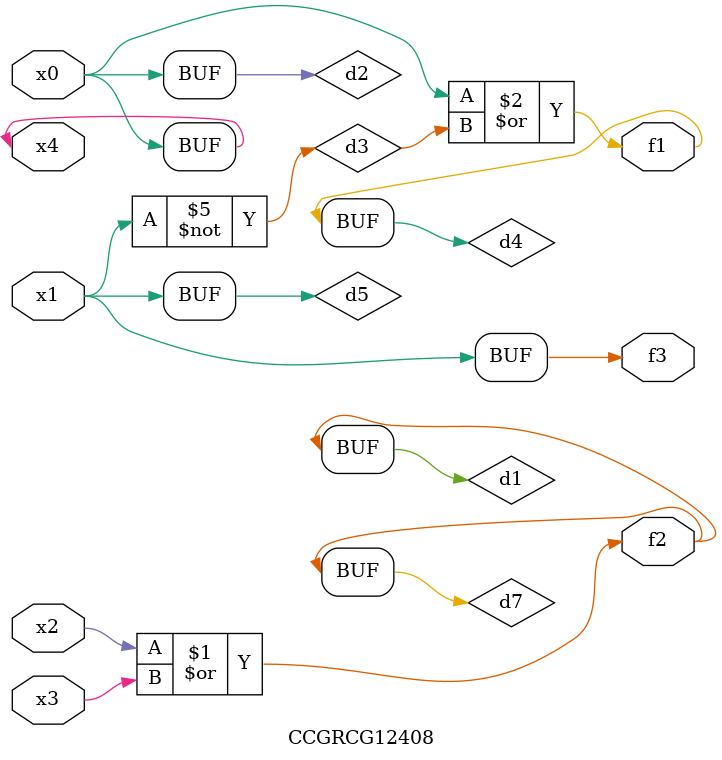
<source format=v>
module CCGRCG12408(
	input x0, x1, x2, x3, x4,
	output f1, f2, f3
);

	wire d1, d2, d3, d4, d5, d6, d7;

	or (d1, x2, x3);
	buf (d2, x0, x4);
	not (d3, x1);
	or (d4, d2, d3);
	not (d5, d3);
	nand (d6, d1, d3);
	or (d7, d1);
	assign f1 = d4;
	assign f2 = d7;
	assign f3 = d5;
endmodule

</source>
